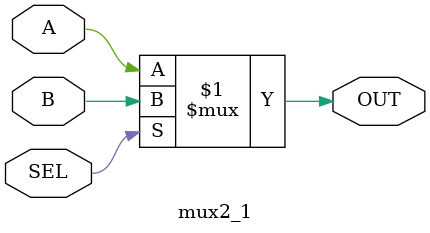
<source format=v>
`timescale 1ns/1ps
module mux2_1(SEL, A, B, OUT);
input SEL, A, B;
output OUT;

assign OUT = SEL? B : A;
endmodule

</source>
